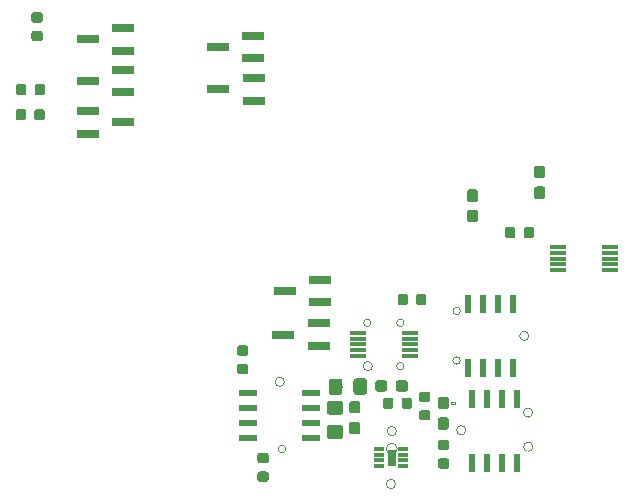
<source format=gtp>
G04 #@! TF.GenerationSoftware,KiCad,Pcbnew,5.1.4-e60b266~84~ubuntu16.04.1*
G04 #@! TF.CreationDate,2019-10-13T20:58:43-05:00*
G04 #@! TF.ProjectId,uno shield v1.0 project SMD,756e6f20-7368-4696-956c-642076312e30,rev?*
G04 #@! TF.SameCoordinates,Original*
G04 #@! TF.FileFunction,Paste,Top*
G04 #@! TF.FilePolarity,Positive*
%FSLAX46Y46*%
G04 Gerber Fmt 4.6, Leading zero omitted, Abs format (unit mm)*
G04 Created by KiCad (PCBNEW 5.1.4-e60b266~84~ubuntu16.04.1) date 2019-10-13 20:58:43*
%MOMM*%
%LPD*%
G04 APERTURE LIST*
%ADD10C,0.080000*%
%ADD11C,0.001000*%
%ADD12C,0.100000*%
%ADD13C,0.875000*%
%ADD14C,0.950000*%
%ADD15R,1.400000X0.300000*%
%ADD16R,0.863600X0.300000*%
%ADD17R,1.900000X0.800000*%
%ADD18R,0.600000X1.550000*%
%ADD19R,1.550000X0.600000*%
%ADD20C,1.150000*%
%ADD21C,1.135800*%
G04 APERTURE END LIST*
D10*
X137773182Y-121006608D02*
G75*
G03X137773182Y-121006608I-315284J0D01*
G01*
X147205275Y-120981252D02*
G75*
G03X147205275Y-120981252I-461570J0D01*
G01*
X152553396Y-113510306D02*
G75*
G03X152553396Y-113510306I-315284J0D01*
G01*
X158360718Y-111419640D02*
G75*
G03X158360718Y-111419640I-390498J0D01*
G01*
X152551647Y-109315411D02*
G75*
G03X152551647Y-109315411I-315284J0D01*
G01*
X147789772Y-113990414D02*
G75*
G03X147789772Y-113990414I-315284J0D01*
G01*
X147787523Y-110322000D02*
G75*
G03X147787523Y-110322000I-315284J0D01*
G01*
X144983308Y-110315673D02*
G75*
G03X144983308Y-110315673I-315284J0D01*
G01*
X158685838Y-117911880D02*
G75*
G03X158685838Y-117911880I-390498J0D01*
G01*
X158690918Y-120799860D02*
G75*
G03X158690918Y-120799860I-390498J0D01*
G01*
X153016558Y-119413020D02*
G75*
G03X153016558Y-119413020I-390498J0D01*
G01*
X147065338Y-123959620D02*
G75*
G03X147065338Y-123959620I-390498J0D01*
G01*
X147144078Y-119481600D02*
G75*
G03X147144078Y-119481600I-390498J0D01*
G01*
X137654638Y-115303300D02*
G75*
G03X137654638Y-115303300I-390498J0D01*
G01*
X145112078Y-113979960D02*
G75*
G03X145112078Y-113979960I-390498J0D01*
G01*
D11*
X152091820Y-117208740D02*
X151755799Y-117208740D01*
X151755799Y-117208740D02*
X151755765Y-116988740D01*
X152091820Y-116988740D02*
X152091820Y-117208740D01*
X151755799Y-116988740D02*
X152091820Y-116988740D01*
G36*
X146980000Y-122335000D02*
G01*
X146980000Y-121075000D01*
X146400000Y-121075000D01*
X146400000Y-122335000D01*
X146980000Y-122335000D01*
G37*
X146980000Y-122335000D02*
X146980000Y-121075000D01*
X146400000Y-121075000D01*
X146400000Y-122335000D01*
X146980000Y-122335000D01*
D12*
G36*
X146686331Y-116650533D02*
G01*
X146707566Y-116653683D01*
X146728390Y-116658899D01*
X146748602Y-116666131D01*
X146768008Y-116675310D01*
X146786421Y-116686346D01*
X146803664Y-116699134D01*
X146819570Y-116713550D01*
X146833986Y-116729456D01*
X146846774Y-116746699D01*
X146857810Y-116765112D01*
X146866989Y-116784518D01*
X146874221Y-116804730D01*
X146879437Y-116825554D01*
X146882587Y-116846789D01*
X146883640Y-116868230D01*
X146883640Y-117380730D01*
X146882587Y-117402171D01*
X146879437Y-117423406D01*
X146874221Y-117444230D01*
X146866989Y-117464442D01*
X146857810Y-117483848D01*
X146846774Y-117502261D01*
X146833986Y-117519504D01*
X146819570Y-117535410D01*
X146803664Y-117549826D01*
X146786421Y-117562614D01*
X146768008Y-117573650D01*
X146748602Y-117582829D01*
X146728390Y-117590061D01*
X146707566Y-117595277D01*
X146686331Y-117598427D01*
X146664890Y-117599480D01*
X146227390Y-117599480D01*
X146205949Y-117598427D01*
X146184714Y-117595277D01*
X146163890Y-117590061D01*
X146143678Y-117582829D01*
X146124272Y-117573650D01*
X146105859Y-117562614D01*
X146088616Y-117549826D01*
X146072710Y-117535410D01*
X146058294Y-117519504D01*
X146045506Y-117502261D01*
X146034470Y-117483848D01*
X146025291Y-117464442D01*
X146018059Y-117444230D01*
X146012843Y-117423406D01*
X146009693Y-117402171D01*
X146008640Y-117380730D01*
X146008640Y-116868230D01*
X146009693Y-116846789D01*
X146012843Y-116825554D01*
X146018059Y-116804730D01*
X146025291Y-116784518D01*
X146034470Y-116765112D01*
X146045506Y-116746699D01*
X146058294Y-116729456D01*
X146072710Y-116713550D01*
X146088616Y-116699134D01*
X146105859Y-116686346D01*
X146124272Y-116675310D01*
X146143678Y-116666131D01*
X146163890Y-116658899D01*
X146184714Y-116653683D01*
X146205949Y-116650533D01*
X146227390Y-116649480D01*
X146664890Y-116649480D01*
X146686331Y-116650533D01*
X146686331Y-116650533D01*
G37*
D13*
X146446140Y-117124480D03*
D12*
G36*
X148261331Y-116650533D02*
G01*
X148282566Y-116653683D01*
X148303390Y-116658899D01*
X148323602Y-116666131D01*
X148343008Y-116675310D01*
X148361421Y-116686346D01*
X148378664Y-116699134D01*
X148394570Y-116713550D01*
X148408986Y-116729456D01*
X148421774Y-116746699D01*
X148432810Y-116765112D01*
X148441989Y-116784518D01*
X148449221Y-116804730D01*
X148454437Y-116825554D01*
X148457587Y-116846789D01*
X148458640Y-116868230D01*
X148458640Y-117380730D01*
X148457587Y-117402171D01*
X148454437Y-117423406D01*
X148449221Y-117444230D01*
X148441989Y-117464442D01*
X148432810Y-117483848D01*
X148421774Y-117502261D01*
X148408986Y-117519504D01*
X148394570Y-117535410D01*
X148378664Y-117549826D01*
X148361421Y-117562614D01*
X148343008Y-117573650D01*
X148323602Y-117582829D01*
X148303390Y-117590061D01*
X148282566Y-117595277D01*
X148261331Y-117598427D01*
X148239890Y-117599480D01*
X147802390Y-117599480D01*
X147780949Y-117598427D01*
X147759714Y-117595277D01*
X147738890Y-117590061D01*
X147718678Y-117582829D01*
X147699272Y-117573650D01*
X147680859Y-117562614D01*
X147663616Y-117549826D01*
X147647710Y-117535410D01*
X147633294Y-117519504D01*
X147620506Y-117502261D01*
X147609470Y-117483848D01*
X147600291Y-117464442D01*
X147593059Y-117444230D01*
X147587843Y-117423406D01*
X147584693Y-117402171D01*
X147583640Y-117380730D01*
X147583640Y-116868230D01*
X147584693Y-116846789D01*
X147587843Y-116825554D01*
X147593059Y-116804730D01*
X147600291Y-116784518D01*
X147609470Y-116765112D01*
X147620506Y-116746699D01*
X147633294Y-116729456D01*
X147647710Y-116713550D01*
X147663616Y-116699134D01*
X147680859Y-116686346D01*
X147699272Y-116675310D01*
X147718678Y-116666131D01*
X147738890Y-116658899D01*
X147759714Y-116653683D01*
X147780949Y-116650533D01*
X147802390Y-116649480D01*
X148239890Y-116649480D01*
X148261331Y-116650533D01*
X148261331Y-116650533D01*
G37*
D13*
X148021140Y-117124480D03*
D12*
G36*
X143882539Y-116942284D02*
G01*
X143905594Y-116945703D01*
X143928203Y-116951367D01*
X143950147Y-116959219D01*
X143971217Y-116969184D01*
X143991208Y-116981166D01*
X144009928Y-116995050D01*
X144027198Y-117010702D01*
X144042850Y-117027972D01*
X144056734Y-117046692D01*
X144068716Y-117066683D01*
X144078681Y-117087753D01*
X144086533Y-117109697D01*
X144092197Y-117132306D01*
X144095616Y-117155361D01*
X144096760Y-117178640D01*
X144096760Y-117753640D01*
X144095616Y-117776919D01*
X144092197Y-117799974D01*
X144086533Y-117822583D01*
X144078681Y-117844527D01*
X144068716Y-117865597D01*
X144056734Y-117885588D01*
X144042850Y-117904308D01*
X144027198Y-117921578D01*
X144009928Y-117937230D01*
X143991208Y-117951114D01*
X143971217Y-117963096D01*
X143950147Y-117973061D01*
X143928203Y-117980913D01*
X143905594Y-117986577D01*
X143882539Y-117989996D01*
X143859260Y-117991140D01*
X143384260Y-117991140D01*
X143360981Y-117989996D01*
X143337926Y-117986577D01*
X143315317Y-117980913D01*
X143293373Y-117973061D01*
X143272303Y-117963096D01*
X143252312Y-117951114D01*
X143233592Y-117937230D01*
X143216322Y-117921578D01*
X143200670Y-117904308D01*
X143186786Y-117885588D01*
X143174804Y-117865597D01*
X143164839Y-117844527D01*
X143156987Y-117822583D01*
X143151323Y-117799974D01*
X143147904Y-117776919D01*
X143146760Y-117753640D01*
X143146760Y-117178640D01*
X143147904Y-117155361D01*
X143151323Y-117132306D01*
X143156987Y-117109697D01*
X143164839Y-117087753D01*
X143174804Y-117066683D01*
X143186786Y-117046692D01*
X143200670Y-117027972D01*
X143216322Y-117010702D01*
X143233592Y-116995050D01*
X143252312Y-116981166D01*
X143272303Y-116969184D01*
X143293373Y-116959219D01*
X143315317Y-116951367D01*
X143337926Y-116945703D01*
X143360981Y-116942284D01*
X143384260Y-116941140D01*
X143859260Y-116941140D01*
X143882539Y-116942284D01*
X143882539Y-116942284D01*
G37*
D14*
X143621760Y-117466140D03*
D12*
G36*
X143882539Y-118692284D02*
G01*
X143905594Y-118695703D01*
X143928203Y-118701367D01*
X143950147Y-118709219D01*
X143971217Y-118719184D01*
X143991208Y-118731166D01*
X144009928Y-118745050D01*
X144027198Y-118760702D01*
X144042850Y-118777972D01*
X144056734Y-118796692D01*
X144068716Y-118816683D01*
X144078681Y-118837753D01*
X144086533Y-118859697D01*
X144092197Y-118882306D01*
X144095616Y-118905361D01*
X144096760Y-118928640D01*
X144096760Y-119503640D01*
X144095616Y-119526919D01*
X144092197Y-119549974D01*
X144086533Y-119572583D01*
X144078681Y-119594527D01*
X144068716Y-119615597D01*
X144056734Y-119635588D01*
X144042850Y-119654308D01*
X144027198Y-119671578D01*
X144009928Y-119687230D01*
X143991208Y-119701114D01*
X143971217Y-119713096D01*
X143950147Y-119723061D01*
X143928203Y-119730913D01*
X143905594Y-119736577D01*
X143882539Y-119739996D01*
X143859260Y-119741140D01*
X143384260Y-119741140D01*
X143360981Y-119739996D01*
X143337926Y-119736577D01*
X143315317Y-119730913D01*
X143293373Y-119723061D01*
X143272303Y-119713096D01*
X143252312Y-119701114D01*
X143233592Y-119687230D01*
X143216322Y-119671578D01*
X143200670Y-119654308D01*
X143186786Y-119635588D01*
X143174804Y-119615597D01*
X143164839Y-119594527D01*
X143156987Y-119572583D01*
X143151323Y-119549974D01*
X143147904Y-119526919D01*
X143146760Y-119503640D01*
X143146760Y-118928640D01*
X143147904Y-118905361D01*
X143151323Y-118882306D01*
X143156987Y-118859697D01*
X143164839Y-118837753D01*
X143174804Y-118816683D01*
X143186786Y-118796692D01*
X143200670Y-118777972D01*
X143216322Y-118760702D01*
X143233592Y-118745050D01*
X143252312Y-118731166D01*
X143272303Y-118719184D01*
X143293373Y-118709219D01*
X143315317Y-118701367D01*
X143337926Y-118695703D01*
X143360981Y-118692284D01*
X143384260Y-118691140D01*
X143859260Y-118691140D01*
X143882539Y-118692284D01*
X143882539Y-118692284D01*
G37*
D14*
X143621760Y-119216140D03*
D12*
G36*
X157012691Y-102216053D02*
G01*
X157033926Y-102219203D01*
X157054750Y-102224419D01*
X157074962Y-102231651D01*
X157094368Y-102240830D01*
X157112781Y-102251866D01*
X157130024Y-102264654D01*
X157145930Y-102279070D01*
X157160346Y-102294976D01*
X157173134Y-102312219D01*
X157184170Y-102330632D01*
X157193349Y-102350038D01*
X157200581Y-102370250D01*
X157205797Y-102391074D01*
X157208947Y-102412309D01*
X157210000Y-102433750D01*
X157210000Y-102946250D01*
X157208947Y-102967691D01*
X157205797Y-102988926D01*
X157200581Y-103009750D01*
X157193349Y-103029962D01*
X157184170Y-103049368D01*
X157173134Y-103067781D01*
X157160346Y-103085024D01*
X157145930Y-103100930D01*
X157130024Y-103115346D01*
X157112781Y-103128134D01*
X157094368Y-103139170D01*
X157074962Y-103148349D01*
X157054750Y-103155581D01*
X157033926Y-103160797D01*
X157012691Y-103163947D01*
X156991250Y-103165000D01*
X156553750Y-103165000D01*
X156532309Y-103163947D01*
X156511074Y-103160797D01*
X156490250Y-103155581D01*
X156470038Y-103148349D01*
X156450632Y-103139170D01*
X156432219Y-103128134D01*
X156414976Y-103115346D01*
X156399070Y-103100930D01*
X156384654Y-103085024D01*
X156371866Y-103067781D01*
X156360830Y-103049368D01*
X156351651Y-103029962D01*
X156344419Y-103009750D01*
X156339203Y-102988926D01*
X156336053Y-102967691D01*
X156335000Y-102946250D01*
X156335000Y-102433750D01*
X156336053Y-102412309D01*
X156339203Y-102391074D01*
X156344419Y-102370250D01*
X156351651Y-102350038D01*
X156360830Y-102330632D01*
X156371866Y-102312219D01*
X156384654Y-102294976D01*
X156399070Y-102279070D01*
X156414976Y-102264654D01*
X156432219Y-102251866D01*
X156450632Y-102240830D01*
X156470038Y-102231651D01*
X156490250Y-102224419D01*
X156511074Y-102219203D01*
X156532309Y-102216053D01*
X156553750Y-102215000D01*
X156991250Y-102215000D01*
X157012691Y-102216053D01*
X157012691Y-102216053D01*
G37*
D13*
X156772500Y-102690000D03*
D12*
G36*
X158587691Y-102216053D02*
G01*
X158608926Y-102219203D01*
X158629750Y-102224419D01*
X158649962Y-102231651D01*
X158669368Y-102240830D01*
X158687781Y-102251866D01*
X158705024Y-102264654D01*
X158720930Y-102279070D01*
X158735346Y-102294976D01*
X158748134Y-102312219D01*
X158759170Y-102330632D01*
X158768349Y-102350038D01*
X158775581Y-102370250D01*
X158780797Y-102391074D01*
X158783947Y-102412309D01*
X158785000Y-102433750D01*
X158785000Y-102946250D01*
X158783947Y-102967691D01*
X158780797Y-102988926D01*
X158775581Y-103009750D01*
X158768349Y-103029962D01*
X158759170Y-103049368D01*
X158748134Y-103067781D01*
X158735346Y-103085024D01*
X158720930Y-103100930D01*
X158705024Y-103115346D01*
X158687781Y-103128134D01*
X158669368Y-103139170D01*
X158649962Y-103148349D01*
X158629750Y-103155581D01*
X158608926Y-103160797D01*
X158587691Y-103163947D01*
X158566250Y-103165000D01*
X158128750Y-103165000D01*
X158107309Y-103163947D01*
X158086074Y-103160797D01*
X158065250Y-103155581D01*
X158045038Y-103148349D01*
X158025632Y-103139170D01*
X158007219Y-103128134D01*
X157989976Y-103115346D01*
X157974070Y-103100930D01*
X157959654Y-103085024D01*
X157946866Y-103067781D01*
X157935830Y-103049368D01*
X157926651Y-103029962D01*
X157919419Y-103009750D01*
X157914203Y-102988926D01*
X157911053Y-102967691D01*
X157910000Y-102946250D01*
X157910000Y-102433750D01*
X157911053Y-102412309D01*
X157914203Y-102391074D01*
X157919419Y-102370250D01*
X157926651Y-102350038D01*
X157935830Y-102330632D01*
X157946866Y-102312219D01*
X157959654Y-102294976D01*
X157974070Y-102279070D01*
X157989976Y-102264654D01*
X158007219Y-102251866D01*
X158025632Y-102240830D01*
X158045038Y-102231651D01*
X158065250Y-102224419D01*
X158086074Y-102219203D01*
X158107309Y-102216053D01*
X158128750Y-102215000D01*
X158566250Y-102215000D01*
X158587691Y-102216053D01*
X158587691Y-102216053D01*
G37*
D13*
X158347500Y-102690000D03*
D15*
X143870000Y-111150000D03*
X143870000Y-111650000D03*
X143870000Y-112150000D03*
X143870000Y-112650000D03*
X143870000Y-113150000D03*
X148270000Y-113150000D03*
X148270000Y-112650000D03*
X148270000Y-112150000D03*
X148270000Y-111650000D03*
X148270000Y-111150000D03*
D16*
X145686700Y-122465000D03*
X145650000Y-121965000D03*
X145650000Y-121465000D03*
X145686700Y-120965000D03*
X147693300Y-120965000D03*
X147730000Y-121465000D03*
X147730000Y-121965000D03*
X147693300Y-122465000D03*
D12*
G36*
X153844419Y-99017504D02*
G01*
X153867474Y-99020923D01*
X153890083Y-99026587D01*
X153912027Y-99034439D01*
X153933097Y-99044404D01*
X153953088Y-99056386D01*
X153971808Y-99070270D01*
X153989078Y-99085922D01*
X154004730Y-99103192D01*
X154018614Y-99121912D01*
X154030596Y-99141903D01*
X154040561Y-99162973D01*
X154048413Y-99184917D01*
X154054077Y-99207526D01*
X154057496Y-99230581D01*
X154058640Y-99253860D01*
X154058640Y-99828860D01*
X154057496Y-99852139D01*
X154054077Y-99875194D01*
X154048413Y-99897803D01*
X154040561Y-99919747D01*
X154030596Y-99940817D01*
X154018614Y-99960808D01*
X154004730Y-99979528D01*
X153989078Y-99996798D01*
X153971808Y-100012450D01*
X153953088Y-100026334D01*
X153933097Y-100038316D01*
X153912027Y-100048281D01*
X153890083Y-100056133D01*
X153867474Y-100061797D01*
X153844419Y-100065216D01*
X153821140Y-100066360D01*
X153346140Y-100066360D01*
X153322861Y-100065216D01*
X153299806Y-100061797D01*
X153277197Y-100056133D01*
X153255253Y-100048281D01*
X153234183Y-100038316D01*
X153214192Y-100026334D01*
X153195472Y-100012450D01*
X153178202Y-99996798D01*
X153162550Y-99979528D01*
X153148666Y-99960808D01*
X153136684Y-99940817D01*
X153126719Y-99919747D01*
X153118867Y-99897803D01*
X153113203Y-99875194D01*
X153109784Y-99852139D01*
X153108640Y-99828860D01*
X153108640Y-99253860D01*
X153109784Y-99230581D01*
X153113203Y-99207526D01*
X153118867Y-99184917D01*
X153126719Y-99162973D01*
X153136684Y-99141903D01*
X153148666Y-99121912D01*
X153162550Y-99103192D01*
X153178202Y-99085922D01*
X153195472Y-99070270D01*
X153214192Y-99056386D01*
X153234183Y-99044404D01*
X153255253Y-99034439D01*
X153277197Y-99026587D01*
X153299806Y-99020923D01*
X153322861Y-99017504D01*
X153346140Y-99016360D01*
X153821140Y-99016360D01*
X153844419Y-99017504D01*
X153844419Y-99017504D01*
G37*
D14*
X153583640Y-99541360D03*
D12*
G36*
X153844419Y-100767504D02*
G01*
X153867474Y-100770923D01*
X153890083Y-100776587D01*
X153912027Y-100784439D01*
X153933097Y-100794404D01*
X153953088Y-100806386D01*
X153971808Y-100820270D01*
X153989078Y-100835922D01*
X154004730Y-100853192D01*
X154018614Y-100871912D01*
X154030596Y-100891903D01*
X154040561Y-100912973D01*
X154048413Y-100934917D01*
X154054077Y-100957526D01*
X154057496Y-100980581D01*
X154058640Y-101003860D01*
X154058640Y-101578860D01*
X154057496Y-101602139D01*
X154054077Y-101625194D01*
X154048413Y-101647803D01*
X154040561Y-101669747D01*
X154030596Y-101690817D01*
X154018614Y-101710808D01*
X154004730Y-101729528D01*
X153989078Y-101746798D01*
X153971808Y-101762450D01*
X153953088Y-101776334D01*
X153933097Y-101788316D01*
X153912027Y-101798281D01*
X153890083Y-101806133D01*
X153867474Y-101811797D01*
X153844419Y-101815216D01*
X153821140Y-101816360D01*
X153346140Y-101816360D01*
X153322861Y-101815216D01*
X153299806Y-101811797D01*
X153277197Y-101806133D01*
X153255253Y-101798281D01*
X153234183Y-101788316D01*
X153214192Y-101776334D01*
X153195472Y-101762450D01*
X153178202Y-101746798D01*
X153162550Y-101729528D01*
X153148666Y-101710808D01*
X153136684Y-101690817D01*
X153126719Y-101669747D01*
X153118867Y-101647803D01*
X153113203Y-101625194D01*
X153109784Y-101602139D01*
X153108640Y-101578860D01*
X153108640Y-101003860D01*
X153109784Y-100980581D01*
X153113203Y-100957526D01*
X153118867Y-100934917D01*
X153126719Y-100912973D01*
X153136684Y-100891903D01*
X153148666Y-100871912D01*
X153162550Y-100853192D01*
X153178202Y-100835922D01*
X153195472Y-100820270D01*
X153214192Y-100806386D01*
X153234183Y-100794404D01*
X153255253Y-100784439D01*
X153277197Y-100776587D01*
X153299806Y-100770923D01*
X153322861Y-100767504D01*
X153346140Y-100766360D01*
X153821140Y-100766360D01*
X153844419Y-100767504D01*
X153844419Y-100767504D01*
G37*
D14*
X153583640Y-101291360D03*
D12*
G36*
X159530779Y-98771144D02*
G01*
X159553834Y-98774563D01*
X159576443Y-98780227D01*
X159598387Y-98788079D01*
X159619457Y-98798044D01*
X159639448Y-98810026D01*
X159658168Y-98823910D01*
X159675438Y-98839562D01*
X159691090Y-98856832D01*
X159704974Y-98875552D01*
X159716956Y-98895543D01*
X159726921Y-98916613D01*
X159734773Y-98938557D01*
X159740437Y-98961166D01*
X159743856Y-98984221D01*
X159745000Y-99007500D01*
X159745000Y-99582500D01*
X159743856Y-99605779D01*
X159740437Y-99628834D01*
X159734773Y-99651443D01*
X159726921Y-99673387D01*
X159716956Y-99694457D01*
X159704974Y-99714448D01*
X159691090Y-99733168D01*
X159675438Y-99750438D01*
X159658168Y-99766090D01*
X159639448Y-99779974D01*
X159619457Y-99791956D01*
X159598387Y-99801921D01*
X159576443Y-99809773D01*
X159553834Y-99815437D01*
X159530779Y-99818856D01*
X159507500Y-99820000D01*
X159032500Y-99820000D01*
X159009221Y-99818856D01*
X158986166Y-99815437D01*
X158963557Y-99809773D01*
X158941613Y-99801921D01*
X158920543Y-99791956D01*
X158900552Y-99779974D01*
X158881832Y-99766090D01*
X158864562Y-99750438D01*
X158848910Y-99733168D01*
X158835026Y-99714448D01*
X158823044Y-99694457D01*
X158813079Y-99673387D01*
X158805227Y-99651443D01*
X158799563Y-99628834D01*
X158796144Y-99605779D01*
X158795000Y-99582500D01*
X158795000Y-99007500D01*
X158796144Y-98984221D01*
X158799563Y-98961166D01*
X158805227Y-98938557D01*
X158813079Y-98916613D01*
X158823044Y-98895543D01*
X158835026Y-98875552D01*
X158848910Y-98856832D01*
X158864562Y-98839562D01*
X158881832Y-98823910D01*
X158900552Y-98810026D01*
X158920543Y-98798044D01*
X158941613Y-98788079D01*
X158963557Y-98780227D01*
X158986166Y-98774563D01*
X159009221Y-98771144D01*
X159032500Y-98770000D01*
X159507500Y-98770000D01*
X159530779Y-98771144D01*
X159530779Y-98771144D01*
G37*
D14*
X159270000Y-99295000D03*
D12*
G36*
X159530779Y-97021144D02*
G01*
X159553834Y-97024563D01*
X159576443Y-97030227D01*
X159598387Y-97038079D01*
X159619457Y-97048044D01*
X159639448Y-97060026D01*
X159658168Y-97073910D01*
X159675438Y-97089562D01*
X159691090Y-97106832D01*
X159704974Y-97125552D01*
X159716956Y-97145543D01*
X159726921Y-97166613D01*
X159734773Y-97188557D01*
X159740437Y-97211166D01*
X159743856Y-97234221D01*
X159745000Y-97257500D01*
X159745000Y-97832500D01*
X159743856Y-97855779D01*
X159740437Y-97878834D01*
X159734773Y-97901443D01*
X159726921Y-97923387D01*
X159716956Y-97944457D01*
X159704974Y-97964448D01*
X159691090Y-97983168D01*
X159675438Y-98000438D01*
X159658168Y-98016090D01*
X159639448Y-98029974D01*
X159619457Y-98041956D01*
X159598387Y-98051921D01*
X159576443Y-98059773D01*
X159553834Y-98065437D01*
X159530779Y-98068856D01*
X159507500Y-98070000D01*
X159032500Y-98070000D01*
X159009221Y-98068856D01*
X158986166Y-98065437D01*
X158963557Y-98059773D01*
X158941613Y-98051921D01*
X158920543Y-98041956D01*
X158900552Y-98029974D01*
X158881832Y-98016090D01*
X158864562Y-98000438D01*
X158848910Y-97983168D01*
X158835026Y-97964448D01*
X158823044Y-97944457D01*
X158813079Y-97923387D01*
X158805227Y-97901443D01*
X158799563Y-97878834D01*
X158796144Y-97855779D01*
X158795000Y-97832500D01*
X158795000Y-97257500D01*
X158796144Y-97234221D01*
X158799563Y-97211166D01*
X158805227Y-97188557D01*
X158813079Y-97166613D01*
X158823044Y-97145543D01*
X158835026Y-97125552D01*
X158848910Y-97106832D01*
X158864562Y-97089562D01*
X158881832Y-97073910D01*
X158900552Y-97060026D01*
X158920543Y-97048044D01*
X158941613Y-97038079D01*
X158963557Y-97030227D01*
X158986166Y-97024563D01*
X159009221Y-97021144D01*
X159032500Y-97020000D01*
X159507500Y-97020000D01*
X159530779Y-97021144D01*
X159530779Y-97021144D01*
G37*
D14*
X159270000Y-97545000D03*
D12*
G36*
X151360379Y-118324644D02*
G01*
X151383434Y-118328063D01*
X151406043Y-118333727D01*
X151427987Y-118341579D01*
X151449057Y-118351544D01*
X151469048Y-118363526D01*
X151487768Y-118377410D01*
X151505038Y-118393062D01*
X151520690Y-118410332D01*
X151534574Y-118429052D01*
X151546556Y-118449043D01*
X151556521Y-118470113D01*
X151564373Y-118492057D01*
X151570037Y-118514666D01*
X151573456Y-118537721D01*
X151574600Y-118561000D01*
X151574600Y-119136000D01*
X151573456Y-119159279D01*
X151570037Y-119182334D01*
X151564373Y-119204943D01*
X151556521Y-119226887D01*
X151546556Y-119247957D01*
X151534574Y-119267948D01*
X151520690Y-119286668D01*
X151505038Y-119303938D01*
X151487768Y-119319590D01*
X151469048Y-119333474D01*
X151449057Y-119345456D01*
X151427987Y-119355421D01*
X151406043Y-119363273D01*
X151383434Y-119368937D01*
X151360379Y-119372356D01*
X151337100Y-119373500D01*
X150862100Y-119373500D01*
X150838821Y-119372356D01*
X150815766Y-119368937D01*
X150793157Y-119363273D01*
X150771213Y-119355421D01*
X150750143Y-119345456D01*
X150730152Y-119333474D01*
X150711432Y-119319590D01*
X150694162Y-119303938D01*
X150678510Y-119286668D01*
X150664626Y-119267948D01*
X150652644Y-119247957D01*
X150642679Y-119226887D01*
X150634827Y-119204943D01*
X150629163Y-119182334D01*
X150625744Y-119159279D01*
X150624600Y-119136000D01*
X150624600Y-118561000D01*
X150625744Y-118537721D01*
X150629163Y-118514666D01*
X150634827Y-118492057D01*
X150642679Y-118470113D01*
X150652644Y-118449043D01*
X150664626Y-118429052D01*
X150678510Y-118410332D01*
X150694162Y-118393062D01*
X150711432Y-118377410D01*
X150730152Y-118363526D01*
X150750143Y-118351544D01*
X150771213Y-118341579D01*
X150793157Y-118333727D01*
X150815766Y-118328063D01*
X150838821Y-118324644D01*
X150862100Y-118323500D01*
X151337100Y-118323500D01*
X151360379Y-118324644D01*
X151360379Y-118324644D01*
G37*
D14*
X151099600Y-118848500D03*
D12*
G36*
X151360379Y-116574644D02*
G01*
X151383434Y-116578063D01*
X151406043Y-116583727D01*
X151427987Y-116591579D01*
X151449057Y-116601544D01*
X151469048Y-116613526D01*
X151487768Y-116627410D01*
X151505038Y-116643062D01*
X151520690Y-116660332D01*
X151534574Y-116679052D01*
X151546556Y-116699043D01*
X151556521Y-116720113D01*
X151564373Y-116742057D01*
X151570037Y-116764666D01*
X151573456Y-116787721D01*
X151574600Y-116811000D01*
X151574600Y-117386000D01*
X151573456Y-117409279D01*
X151570037Y-117432334D01*
X151564373Y-117454943D01*
X151556521Y-117476887D01*
X151546556Y-117497957D01*
X151534574Y-117517948D01*
X151520690Y-117536668D01*
X151505038Y-117553938D01*
X151487768Y-117569590D01*
X151469048Y-117583474D01*
X151449057Y-117595456D01*
X151427987Y-117605421D01*
X151406043Y-117613273D01*
X151383434Y-117618937D01*
X151360379Y-117622356D01*
X151337100Y-117623500D01*
X150862100Y-117623500D01*
X150838821Y-117622356D01*
X150815766Y-117618937D01*
X150793157Y-117613273D01*
X150771213Y-117605421D01*
X150750143Y-117595456D01*
X150730152Y-117583474D01*
X150711432Y-117569590D01*
X150694162Y-117553938D01*
X150678510Y-117536668D01*
X150664626Y-117517948D01*
X150652644Y-117497957D01*
X150642679Y-117476887D01*
X150634827Y-117454943D01*
X150629163Y-117432334D01*
X150625744Y-117409279D01*
X150624600Y-117386000D01*
X150624600Y-116811000D01*
X150625744Y-116787721D01*
X150629163Y-116764666D01*
X150634827Y-116742057D01*
X150642679Y-116720113D01*
X150652644Y-116699043D01*
X150664626Y-116679052D01*
X150678510Y-116660332D01*
X150694162Y-116643062D01*
X150711432Y-116627410D01*
X150730152Y-116613526D01*
X150750143Y-116601544D01*
X150771213Y-116591579D01*
X150793157Y-116583727D01*
X150815766Y-116578063D01*
X150838821Y-116574644D01*
X150862100Y-116573500D01*
X151337100Y-116573500D01*
X151360379Y-116574644D01*
X151360379Y-116574644D01*
G37*
D14*
X151099600Y-117098500D03*
D17*
X124030000Y-87270000D03*
X124030000Y-85370000D03*
X121030000Y-86320000D03*
X124030000Y-90800000D03*
X124030000Y-88900000D03*
X121030000Y-89850000D03*
X121030000Y-92400000D03*
X121030000Y-94300000D03*
X124030000Y-93350000D03*
X135004940Y-87909440D03*
X135004940Y-86009440D03*
X132004940Y-86959440D03*
X135061280Y-91494100D03*
X135061280Y-89594100D03*
X132061280Y-90544100D03*
D12*
G36*
X115582691Y-92226053D02*
G01*
X115603926Y-92229203D01*
X115624750Y-92234419D01*
X115644962Y-92241651D01*
X115664368Y-92250830D01*
X115682781Y-92261866D01*
X115700024Y-92274654D01*
X115715930Y-92289070D01*
X115730346Y-92304976D01*
X115743134Y-92322219D01*
X115754170Y-92340632D01*
X115763349Y-92360038D01*
X115770581Y-92380250D01*
X115775797Y-92401074D01*
X115778947Y-92422309D01*
X115780000Y-92443750D01*
X115780000Y-92956250D01*
X115778947Y-92977691D01*
X115775797Y-92998926D01*
X115770581Y-93019750D01*
X115763349Y-93039962D01*
X115754170Y-93059368D01*
X115743134Y-93077781D01*
X115730346Y-93095024D01*
X115715930Y-93110930D01*
X115700024Y-93125346D01*
X115682781Y-93138134D01*
X115664368Y-93149170D01*
X115644962Y-93158349D01*
X115624750Y-93165581D01*
X115603926Y-93170797D01*
X115582691Y-93173947D01*
X115561250Y-93175000D01*
X115123750Y-93175000D01*
X115102309Y-93173947D01*
X115081074Y-93170797D01*
X115060250Y-93165581D01*
X115040038Y-93158349D01*
X115020632Y-93149170D01*
X115002219Y-93138134D01*
X114984976Y-93125346D01*
X114969070Y-93110930D01*
X114954654Y-93095024D01*
X114941866Y-93077781D01*
X114930830Y-93059368D01*
X114921651Y-93039962D01*
X114914419Y-93019750D01*
X114909203Y-92998926D01*
X114906053Y-92977691D01*
X114905000Y-92956250D01*
X114905000Y-92443750D01*
X114906053Y-92422309D01*
X114909203Y-92401074D01*
X114914419Y-92380250D01*
X114921651Y-92360038D01*
X114930830Y-92340632D01*
X114941866Y-92322219D01*
X114954654Y-92304976D01*
X114969070Y-92289070D01*
X114984976Y-92274654D01*
X115002219Y-92261866D01*
X115020632Y-92250830D01*
X115040038Y-92241651D01*
X115060250Y-92234419D01*
X115081074Y-92229203D01*
X115102309Y-92226053D01*
X115123750Y-92225000D01*
X115561250Y-92225000D01*
X115582691Y-92226053D01*
X115582691Y-92226053D01*
G37*
D13*
X115342500Y-92700000D03*
D12*
G36*
X117157691Y-92226053D02*
G01*
X117178926Y-92229203D01*
X117199750Y-92234419D01*
X117219962Y-92241651D01*
X117239368Y-92250830D01*
X117257781Y-92261866D01*
X117275024Y-92274654D01*
X117290930Y-92289070D01*
X117305346Y-92304976D01*
X117318134Y-92322219D01*
X117329170Y-92340632D01*
X117338349Y-92360038D01*
X117345581Y-92380250D01*
X117350797Y-92401074D01*
X117353947Y-92422309D01*
X117355000Y-92443750D01*
X117355000Y-92956250D01*
X117353947Y-92977691D01*
X117350797Y-92998926D01*
X117345581Y-93019750D01*
X117338349Y-93039962D01*
X117329170Y-93059368D01*
X117318134Y-93077781D01*
X117305346Y-93095024D01*
X117290930Y-93110930D01*
X117275024Y-93125346D01*
X117257781Y-93138134D01*
X117239368Y-93149170D01*
X117219962Y-93158349D01*
X117199750Y-93165581D01*
X117178926Y-93170797D01*
X117157691Y-93173947D01*
X117136250Y-93175000D01*
X116698750Y-93175000D01*
X116677309Y-93173947D01*
X116656074Y-93170797D01*
X116635250Y-93165581D01*
X116615038Y-93158349D01*
X116595632Y-93149170D01*
X116577219Y-93138134D01*
X116559976Y-93125346D01*
X116544070Y-93110930D01*
X116529654Y-93095024D01*
X116516866Y-93077781D01*
X116505830Y-93059368D01*
X116496651Y-93039962D01*
X116489419Y-93019750D01*
X116484203Y-92998926D01*
X116481053Y-92977691D01*
X116480000Y-92956250D01*
X116480000Y-92443750D01*
X116481053Y-92422309D01*
X116484203Y-92401074D01*
X116489419Y-92380250D01*
X116496651Y-92360038D01*
X116505830Y-92340632D01*
X116516866Y-92322219D01*
X116529654Y-92304976D01*
X116544070Y-92289070D01*
X116559976Y-92274654D01*
X116577219Y-92261866D01*
X116595632Y-92250830D01*
X116615038Y-92241651D01*
X116635250Y-92234419D01*
X116656074Y-92229203D01*
X116677309Y-92226053D01*
X116698750Y-92225000D01*
X117136250Y-92225000D01*
X117157691Y-92226053D01*
X117157691Y-92226053D01*
G37*
D13*
X116917500Y-92700000D03*
D12*
G36*
X116987691Y-84016053D02*
G01*
X117008926Y-84019203D01*
X117029750Y-84024419D01*
X117049962Y-84031651D01*
X117069368Y-84040830D01*
X117087781Y-84051866D01*
X117105024Y-84064654D01*
X117120930Y-84079070D01*
X117135346Y-84094976D01*
X117148134Y-84112219D01*
X117159170Y-84130632D01*
X117168349Y-84150038D01*
X117175581Y-84170250D01*
X117180797Y-84191074D01*
X117183947Y-84212309D01*
X117185000Y-84233750D01*
X117185000Y-84671250D01*
X117183947Y-84692691D01*
X117180797Y-84713926D01*
X117175581Y-84734750D01*
X117168349Y-84754962D01*
X117159170Y-84774368D01*
X117148134Y-84792781D01*
X117135346Y-84810024D01*
X117120930Y-84825930D01*
X117105024Y-84840346D01*
X117087781Y-84853134D01*
X117069368Y-84864170D01*
X117049962Y-84873349D01*
X117029750Y-84880581D01*
X117008926Y-84885797D01*
X116987691Y-84888947D01*
X116966250Y-84890000D01*
X116453750Y-84890000D01*
X116432309Y-84888947D01*
X116411074Y-84885797D01*
X116390250Y-84880581D01*
X116370038Y-84873349D01*
X116350632Y-84864170D01*
X116332219Y-84853134D01*
X116314976Y-84840346D01*
X116299070Y-84825930D01*
X116284654Y-84810024D01*
X116271866Y-84792781D01*
X116260830Y-84774368D01*
X116251651Y-84754962D01*
X116244419Y-84734750D01*
X116239203Y-84713926D01*
X116236053Y-84692691D01*
X116235000Y-84671250D01*
X116235000Y-84233750D01*
X116236053Y-84212309D01*
X116239203Y-84191074D01*
X116244419Y-84170250D01*
X116251651Y-84150038D01*
X116260830Y-84130632D01*
X116271866Y-84112219D01*
X116284654Y-84094976D01*
X116299070Y-84079070D01*
X116314976Y-84064654D01*
X116332219Y-84051866D01*
X116350632Y-84040830D01*
X116370038Y-84031651D01*
X116390250Y-84024419D01*
X116411074Y-84019203D01*
X116432309Y-84016053D01*
X116453750Y-84015000D01*
X116966250Y-84015000D01*
X116987691Y-84016053D01*
X116987691Y-84016053D01*
G37*
D13*
X116710000Y-84452500D03*
D12*
G36*
X116987691Y-85591053D02*
G01*
X117008926Y-85594203D01*
X117029750Y-85599419D01*
X117049962Y-85606651D01*
X117069368Y-85615830D01*
X117087781Y-85626866D01*
X117105024Y-85639654D01*
X117120930Y-85654070D01*
X117135346Y-85669976D01*
X117148134Y-85687219D01*
X117159170Y-85705632D01*
X117168349Y-85725038D01*
X117175581Y-85745250D01*
X117180797Y-85766074D01*
X117183947Y-85787309D01*
X117185000Y-85808750D01*
X117185000Y-86246250D01*
X117183947Y-86267691D01*
X117180797Y-86288926D01*
X117175581Y-86309750D01*
X117168349Y-86329962D01*
X117159170Y-86349368D01*
X117148134Y-86367781D01*
X117135346Y-86385024D01*
X117120930Y-86400930D01*
X117105024Y-86415346D01*
X117087781Y-86428134D01*
X117069368Y-86439170D01*
X117049962Y-86448349D01*
X117029750Y-86455581D01*
X117008926Y-86460797D01*
X116987691Y-86463947D01*
X116966250Y-86465000D01*
X116453750Y-86465000D01*
X116432309Y-86463947D01*
X116411074Y-86460797D01*
X116390250Y-86455581D01*
X116370038Y-86448349D01*
X116350632Y-86439170D01*
X116332219Y-86428134D01*
X116314976Y-86415346D01*
X116299070Y-86400930D01*
X116284654Y-86385024D01*
X116271866Y-86367781D01*
X116260830Y-86349368D01*
X116251651Y-86329962D01*
X116244419Y-86309750D01*
X116239203Y-86288926D01*
X116236053Y-86267691D01*
X116235000Y-86246250D01*
X116235000Y-85808750D01*
X116236053Y-85787309D01*
X116239203Y-85766074D01*
X116244419Y-85745250D01*
X116251651Y-85725038D01*
X116260830Y-85705632D01*
X116271866Y-85687219D01*
X116284654Y-85669976D01*
X116299070Y-85654070D01*
X116314976Y-85639654D01*
X116332219Y-85626866D01*
X116350632Y-85615830D01*
X116370038Y-85606651D01*
X116390250Y-85599419D01*
X116411074Y-85594203D01*
X116432309Y-85591053D01*
X116453750Y-85590000D01*
X116966250Y-85590000D01*
X116987691Y-85591053D01*
X116987691Y-85591053D01*
G37*
D13*
X116710000Y-86027500D03*
D12*
G36*
X115619591Y-90107533D02*
G01*
X115640826Y-90110683D01*
X115661650Y-90115899D01*
X115681862Y-90123131D01*
X115701268Y-90132310D01*
X115719681Y-90143346D01*
X115736924Y-90156134D01*
X115752830Y-90170550D01*
X115767246Y-90186456D01*
X115780034Y-90203699D01*
X115791070Y-90222112D01*
X115800249Y-90241518D01*
X115807481Y-90261730D01*
X115812697Y-90282554D01*
X115815847Y-90303789D01*
X115816900Y-90325230D01*
X115816900Y-90837730D01*
X115815847Y-90859171D01*
X115812697Y-90880406D01*
X115807481Y-90901230D01*
X115800249Y-90921442D01*
X115791070Y-90940848D01*
X115780034Y-90959261D01*
X115767246Y-90976504D01*
X115752830Y-90992410D01*
X115736924Y-91006826D01*
X115719681Y-91019614D01*
X115701268Y-91030650D01*
X115681862Y-91039829D01*
X115661650Y-91047061D01*
X115640826Y-91052277D01*
X115619591Y-91055427D01*
X115598150Y-91056480D01*
X115160650Y-91056480D01*
X115139209Y-91055427D01*
X115117974Y-91052277D01*
X115097150Y-91047061D01*
X115076938Y-91039829D01*
X115057532Y-91030650D01*
X115039119Y-91019614D01*
X115021876Y-91006826D01*
X115005970Y-90992410D01*
X114991554Y-90976504D01*
X114978766Y-90959261D01*
X114967730Y-90940848D01*
X114958551Y-90921442D01*
X114951319Y-90901230D01*
X114946103Y-90880406D01*
X114942953Y-90859171D01*
X114941900Y-90837730D01*
X114941900Y-90325230D01*
X114942953Y-90303789D01*
X114946103Y-90282554D01*
X114951319Y-90261730D01*
X114958551Y-90241518D01*
X114967730Y-90222112D01*
X114978766Y-90203699D01*
X114991554Y-90186456D01*
X115005970Y-90170550D01*
X115021876Y-90156134D01*
X115039119Y-90143346D01*
X115057532Y-90132310D01*
X115076938Y-90123131D01*
X115097150Y-90115899D01*
X115117974Y-90110683D01*
X115139209Y-90107533D01*
X115160650Y-90106480D01*
X115598150Y-90106480D01*
X115619591Y-90107533D01*
X115619591Y-90107533D01*
G37*
D13*
X115379400Y-90581480D03*
D12*
G36*
X117194591Y-90107533D02*
G01*
X117215826Y-90110683D01*
X117236650Y-90115899D01*
X117256862Y-90123131D01*
X117276268Y-90132310D01*
X117294681Y-90143346D01*
X117311924Y-90156134D01*
X117327830Y-90170550D01*
X117342246Y-90186456D01*
X117355034Y-90203699D01*
X117366070Y-90222112D01*
X117375249Y-90241518D01*
X117382481Y-90261730D01*
X117387697Y-90282554D01*
X117390847Y-90303789D01*
X117391900Y-90325230D01*
X117391900Y-90837730D01*
X117390847Y-90859171D01*
X117387697Y-90880406D01*
X117382481Y-90901230D01*
X117375249Y-90921442D01*
X117366070Y-90940848D01*
X117355034Y-90959261D01*
X117342246Y-90976504D01*
X117327830Y-90992410D01*
X117311924Y-91006826D01*
X117294681Y-91019614D01*
X117276268Y-91030650D01*
X117256862Y-91039829D01*
X117236650Y-91047061D01*
X117215826Y-91052277D01*
X117194591Y-91055427D01*
X117173150Y-91056480D01*
X116735650Y-91056480D01*
X116714209Y-91055427D01*
X116692974Y-91052277D01*
X116672150Y-91047061D01*
X116651938Y-91039829D01*
X116632532Y-91030650D01*
X116614119Y-91019614D01*
X116596876Y-91006826D01*
X116580970Y-90992410D01*
X116566554Y-90976504D01*
X116553766Y-90959261D01*
X116542730Y-90940848D01*
X116533551Y-90921442D01*
X116526319Y-90901230D01*
X116521103Y-90880406D01*
X116517953Y-90859171D01*
X116516900Y-90837730D01*
X116516900Y-90325230D01*
X116517953Y-90303789D01*
X116521103Y-90282554D01*
X116526319Y-90261730D01*
X116533551Y-90241518D01*
X116542730Y-90222112D01*
X116553766Y-90203699D01*
X116566554Y-90186456D01*
X116580970Y-90170550D01*
X116596876Y-90156134D01*
X116614119Y-90143346D01*
X116632532Y-90132310D01*
X116651938Y-90123131D01*
X116672150Y-90115899D01*
X116692974Y-90110683D01*
X116714209Y-90107533D01*
X116735650Y-90106480D01*
X117173150Y-90106480D01*
X117194591Y-90107533D01*
X117194591Y-90107533D01*
G37*
D13*
X116954400Y-90581480D03*
D12*
G36*
X134407691Y-112228553D02*
G01*
X134428926Y-112231703D01*
X134449750Y-112236919D01*
X134469962Y-112244151D01*
X134489368Y-112253330D01*
X134507781Y-112264366D01*
X134525024Y-112277154D01*
X134540930Y-112291570D01*
X134555346Y-112307476D01*
X134568134Y-112324719D01*
X134579170Y-112343132D01*
X134588349Y-112362538D01*
X134595581Y-112382750D01*
X134600797Y-112403574D01*
X134603947Y-112424809D01*
X134605000Y-112446250D01*
X134605000Y-112883750D01*
X134603947Y-112905191D01*
X134600797Y-112926426D01*
X134595581Y-112947250D01*
X134588349Y-112967462D01*
X134579170Y-112986868D01*
X134568134Y-113005281D01*
X134555346Y-113022524D01*
X134540930Y-113038430D01*
X134525024Y-113052846D01*
X134507781Y-113065634D01*
X134489368Y-113076670D01*
X134469962Y-113085849D01*
X134449750Y-113093081D01*
X134428926Y-113098297D01*
X134407691Y-113101447D01*
X134386250Y-113102500D01*
X133873750Y-113102500D01*
X133852309Y-113101447D01*
X133831074Y-113098297D01*
X133810250Y-113093081D01*
X133790038Y-113085849D01*
X133770632Y-113076670D01*
X133752219Y-113065634D01*
X133734976Y-113052846D01*
X133719070Y-113038430D01*
X133704654Y-113022524D01*
X133691866Y-113005281D01*
X133680830Y-112986868D01*
X133671651Y-112967462D01*
X133664419Y-112947250D01*
X133659203Y-112926426D01*
X133656053Y-112905191D01*
X133655000Y-112883750D01*
X133655000Y-112446250D01*
X133656053Y-112424809D01*
X133659203Y-112403574D01*
X133664419Y-112382750D01*
X133671651Y-112362538D01*
X133680830Y-112343132D01*
X133691866Y-112324719D01*
X133704654Y-112307476D01*
X133719070Y-112291570D01*
X133734976Y-112277154D01*
X133752219Y-112264366D01*
X133770632Y-112253330D01*
X133790038Y-112244151D01*
X133810250Y-112236919D01*
X133831074Y-112231703D01*
X133852309Y-112228553D01*
X133873750Y-112227500D01*
X134386250Y-112227500D01*
X134407691Y-112228553D01*
X134407691Y-112228553D01*
G37*
D13*
X134130000Y-112665000D03*
D12*
G36*
X134407691Y-113803553D02*
G01*
X134428926Y-113806703D01*
X134449750Y-113811919D01*
X134469962Y-113819151D01*
X134489368Y-113828330D01*
X134507781Y-113839366D01*
X134525024Y-113852154D01*
X134540930Y-113866570D01*
X134555346Y-113882476D01*
X134568134Y-113899719D01*
X134579170Y-113918132D01*
X134588349Y-113937538D01*
X134595581Y-113957750D01*
X134600797Y-113978574D01*
X134603947Y-113999809D01*
X134605000Y-114021250D01*
X134605000Y-114458750D01*
X134603947Y-114480191D01*
X134600797Y-114501426D01*
X134595581Y-114522250D01*
X134588349Y-114542462D01*
X134579170Y-114561868D01*
X134568134Y-114580281D01*
X134555346Y-114597524D01*
X134540930Y-114613430D01*
X134525024Y-114627846D01*
X134507781Y-114640634D01*
X134489368Y-114651670D01*
X134469962Y-114660849D01*
X134449750Y-114668081D01*
X134428926Y-114673297D01*
X134407691Y-114676447D01*
X134386250Y-114677500D01*
X133873750Y-114677500D01*
X133852309Y-114676447D01*
X133831074Y-114673297D01*
X133810250Y-114668081D01*
X133790038Y-114660849D01*
X133770632Y-114651670D01*
X133752219Y-114640634D01*
X133734976Y-114627846D01*
X133719070Y-114613430D01*
X133704654Y-114597524D01*
X133691866Y-114580281D01*
X133680830Y-114561868D01*
X133671651Y-114542462D01*
X133664419Y-114522250D01*
X133659203Y-114501426D01*
X133656053Y-114480191D01*
X133655000Y-114458750D01*
X133655000Y-114021250D01*
X133656053Y-113999809D01*
X133659203Y-113978574D01*
X133664419Y-113957750D01*
X133671651Y-113937538D01*
X133680830Y-113918132D01*
X133691866Y-113899719D01*
X133704654Y-113882476D01*
X133719070Y-113866570D01*
X133734976Y-113852154D01*
X133752219Y-113839366D01*
X133770632Y-113828330D01*
X133790038Y-113819151D01*
X133810250Y-113811919D01*
X133831074Y-113806703D01*
X133852309Y-113803553D01*
X133873750Y-113802500D01*
X134386250Y-113802500D01*
X134407691Y-113803553D01*
X134407691Y-113803553D01*
G37*
D13*
X134130000Y-114240000D03*
D12*
G36*
X147912691Y-107876053D02*
G01*
X147933926Y-107879203D01*
X147954750Y-107884419D01*
X147974962Y-107891651D01*
X147994368Y-107900830D01*
X148012781Y-107911866D01*
X148030024Y-107924654D01*
X148045930Y-107939070D01*
X148060346Y-107954976D01*
X148073134Y-107972219D01*
X148084170Y-107990632D01*
X148093349Y-108010038D01*
X148100581Y-108030250D01*
X148105797Y-108051074D01*
X148108947Y-108072309D01*
X148110000Y-108093750D01*
X148110000Y-108606250D01*
X148108947Y-108627691D01*
X148105797Y-108648926D01*
X148100581Y-108669750D01*
X148093349Y-108689962D01*
X148084170Y-108709368D01*
X148073134Y-108727781D01*
X148060346Y-108745024D01*
X148045930Y-108760930D01*
X148030024Y-108775346D01*
X148012781Y-108788134D01*
X147994368Y-108799170D01*
X147974962Y-108808349D01*
X147954750Y-108815581D01*
X147933926Y-108820797D01*
X147912691Y-108823947D01*
X147891250Y-108825000D01*
X147453750Y-108825000D01*
X147432309Y-108823947D01*
X147411074Y-108820797D01*
X147390250Y-108815581D01*
X147370038Y-108808349D01*
X147350632Y-108799170D01*
X147332219Y-108788134D01*
X147314976Y-108775346D01*
X147299070Y-108760930D01*
X147284654Y-108745024D01*
X147271866Y-108727781D01*
X147260830Y-108709368D01*
X147251651Y-108689962D01*
X147244419Y-108669750D01*
X147239203Y-108648926D01*
X147236053Y-108627691D01*
X147235000Y-108606250D01*
X147235000Y-108093750D01*
X147236053Y-108072309D01*
X147239203Y-108051074D01*
X147244419Y-108030250D01*
X147251651Y-108010038D01*
X147260830Y-107990632D01*
X147271866Y-107972219D01*
X147284654Y-107954976D01*
X147299070Y-107939070D01*
X147314976Y-107924654D01*
X147332219Y-107911866D01*
X147350632Y-107900830D01*
X147370038Y-107891651D01*
X147390250Y-107884419D01*
X147411074Y-107879203D01*
X147432309Y-107876053D01*
X147453750Y-107875000D01*
X147891250Y-107875000D01*
X147912691Y-107876053D01*
X147912691Y-107876053D01*
G37*
D13*
X147672500Y-108350000D03*
D12*
G36*
X149487691Y-107876053D02*
G01*
X149508926Y-107879203D01*
X149529750Y-107884419D01*
X149549962Y-107891651D01*
X149569368Y-107900830D01*
X149587781Y-107911866D01*
X149605024Y-107924654D01*
X149620930Y-107939070D01*
X149635346Y-107954976D01*
X149648134Y-107972219D01*
X149659170Y-107990632D01*
X149668349Y-108010038D01*
X149675581Y-108030250D01*
X149680797Y-108051074D01*
X149683947Y-108072309D01*
X149685000Y-108093750D01*
X149685000Y-108606250D01*
X149683947Y-108627691D01*
X149680797Y-108648926D01*
X149675581Y-108669750D01*
X149668349Y-108689962D01*
X149659170Y-108709368D01*
X149648134Y-108727781D01*
X149635346Y-108745024D01*
X149620930Y-108760930D01*
X149605024Y-108775346D01*
X149587781Y-108788134D01*
X149569368Y-108799170D01*
X149549962Y-108808349D01*
X149529750Y-108815581D01*
X149508926Y-108820797D01*
X149487691Y-108823947D01*
X149466250Y-108825000D01*
X149028750Y-108825000D01*
X149007309Y-108823947D01*
X148986074Y-108820797D01*
X148965250Y-108815581D01*
X148945038Y-108808349D01*
X148925632Y-108799170D01*
X148907219Y-108788134D01*
X148889976Y-108775346D01*
X148874070Y-108760930D01*
X148859654Y-108745024D01*
X148846866Y-108727781D01*
X148835830Y-108709368D01*
X148826651Y-108689962D01*
X148819419Y-108669750D01*
X148814203Y-108648926D01*
X148811053Y-108627691D01*
X148810000Y-108606250D01*
X148810000Y-108093750D01*
X148811053Y-108072309D01*
X148814203Y-108051074D01*
X148819419Y-108030250D01*
X148826651Y-108010038D01*
X148835830Y-107990632D01*
X148846866Y-107972219D01*
X148859654Y-107954976D01*
X148874070Y-107939070D01*
X148889976Y-107924654D01*
X148907219Y-107911866D01*
X148925632Y-107900830D01*
X148945038Y-107891651D01*
X148965250Y-107884419D01*
X148986074Y-107879203D01*
X149007309Y-107876053D01*
X149028750Y-107875000D01*
X149466250Y-107875000D01*
X149487691Y-107876053D01*
X149487691Y-107876053D01*
G37*
D13*
X149247500Y-108350000D03*
D18*
X157365000Y-116770000D03*
X156095000Y-116770000D03*
X154825000Y-116770000D03*
X153555000Y-116770000D03*
X153555000Y-122170000D03*
X154825000Y-122170000D03*
X156095000Y-122170000D03*
X157365000Y-122170000D03*
X156975000Y-108750000D03*
X155705000Y-108750000D03*
X154435000Y-108750000D03*
X153165000Y-108750000D03*
X153165000Y-114150000D03*
X154435000Y-114150000D03*
X155705000Y-114150000D03*
X156975000Y-114150000D03*
D19*
X134540000Y-120100000D03*
X134540000Y-118830000D03*
X134540000Y-117560000D03*
X134540000Y-116290000D03*
X139940000Y-116290000D03*
X139940000Y-117560000D03*
X139940000Y-118830000D03*
X139940000Y-120100000D03*
D12*
G36*
X136127691Y-122901053D02*
G01*
X136148926Y-122904203D01*
X136169750Y-122909419D01*
X136189962Y-122916651D01*
X136209368Y-122925830D01*
X136227781Y-122936866D01*
X136245024Y-122949654D01*
X136260930Y-122964070D01*
X136275346Y-122979976D01*
X136288134Y-122997219D01*
X136299170Y-123015632D01*
X136308349Y-123035038D01*
X136315581Y-123055250D01*
X136320797Y-123076074D01*
X136323947Y-123097309D01*
X136325000Y-123118750D01*
X136325000Y-123556250D01*
X136323947Y-123577691D01*
X136320797Y-123598926D01*
X136315581Y-123619750D01*
X136308349Y-123639962D01*
X136299170Y-123659368D01*
X136288134Y-123677781D01*
X136275346Y-123695024D01*
X136260930Y-123710930D01*
X136245024Y-123725346D01*
X136227781Y-123738134D01*
X136209368Y-123749170D01*
X136189962Y-123758349D01*
X136169750Y-123765581D01*
X136148926Y-123770797D01*
X136127691Y-123773947D01*
X136106250Y-123775000D01*
X135593750Y-123775000D01*
X135572309Y-123773947D01*
X135551074Y-123770797D01*
X135530250Y-123765581D01*
X135510038Y-123758349D01*
X135490632Y-123749170D01*
X135472219Y-123738134D01*
X135454976Y-123725346D01*
X135439070Y-123710930D01*
X135424654Y-123695024D01*
X135411866Y-123677781D01*
X135400830Y-123659368D01*
X135391651Y-123639962D01*
X135384419Y-123619750D01*
X135379203Y-123598926D01*
X135376053Y-123577691D01*
X135375000Y-123556250D01*
X135375000Y-123118750D01*
X135376053Y-123097309D01*
X135379203Y-123076074D01*
X135384419Y-123055250D01*
X135391651Y-123035038D01*
X135400830Y-123015632D01*
X135411866Y-122997219D01*
X135424654Y-122979976D01*
X135439070Y-122964070D01*
X135454976Y-122949654D01*
X135472219Y-122936866D01*
X135490632Y-122925830D01*
X135510038Y-122916651D01*
X135530250Y-122909419D01*
X135551074Y-122904203D01*
X135572309Y-122901053D01*
X135593750Y-122900000D01*
X136106250Y-122900000D01*
X136127691Y-122901053D01*
X136127691Y-122901053D01*
G37*
D13*
X135850000Y-123337500D03*
D12*
G36*
X136127691Y-121326053D02*
G01*
X136148926Y-121329203D01*
X136169750Y-121334419D01*
X136189962Y-121341651D01*
X136209368Y-121350830D01*
X136227781Y-121361866D01*
X136245024Y-121374654D01*
X136260930Y-121389070D01*
X136275346Y-121404976D01*
X136288134Y-121422219D01*
X136299170Y-121440632D01*
X136308349Y-121460038D01*
X136315581Y-121480250D01*
X136320797Y-121501074D01*
X136323947Y-121522309D01*
X136325000Y-121543750D01*
X136325000Y-121981250D01*
X136323947Y-122002691D01*
X136320797Y-122023926D01*
X136315581Y-122044750D01*
X136308349Y-122064962D01*
X136299170Y-122084368D01*
X136288134Y-122102781D01*
X136275346Y-122120024D01*
X136260930Y-122135930D01*
X136245024Y-122150346D01*
X136227781Y-122163134D01*
X136209368Y-122174170D01*
X136189962Y-122183349D01*
X136169750Y-122190581D01*
X136148926Y-122195797D01*
X136127691Y-122198947D01*
X136106250Y-122200000D01*
X135593750Y-122200000D01*
X135572309Y-122198947D01*
X135551074Y-122195797D01*
X135530250Y-122190581D01*
X135510038Y-122183349D01*
X135490632Y-122174170D01*
X135472219Y-122163134D01*
X135454976Y-122150346D01*
X135439070Y-122135930D01*
X135424654Y-122120024D01*
X135411866Y-122102781D01*
X135400830Y-122084368D01*
X135391651Y-122064962D01*
X135384419Y-122044750D01*
X135379203Y-122023926D01*
X135376053Y-122002691D01*
X135375000Y-121981250D01*
X135375000Y-121543750D01*
X135376053Y-121522309D01*
X135379203Y-121501074D01*
X135384419Y-121480250D01*
X135391651Y-121460038D01*
X135400830Y-121440632D01*
X135411866Y-121422219D01*
X135424654Y-121404976D01*
X135439070Y-121389070D01*
X135454976Y-121374654D01*
X135472219Y-121361866D01*
X135490632Y-121350830D01*
X135510038Y-121341651D01*
X135530250Y-121334419D01*
X135551074Y-121329203D01*
X135572309Y-121326053D01*
X135593750Y-121325000D01*
X136106250Y-121325000D01*
X136127691Y-121326053D01*
X136127691Y-121326053D01*
G37*
D13*
X135850000Y-121762500D03*
D12*
G36*
X151417691Y-120216053D02*
G01*
X151438926Y-120219203D01*
X151459750Y-120224419D01*
X151479962Y-120231651D01*
X151499368Y-120240830D01*
X151517781Y-120251866D01*
X151535024Y-120264654D01*
X151550930Y-120279070D01*
X151565346Y-120294976D01*
X151578134Y-120312219D01*
X151589170Y-120330632D01*
X151598349Y-120350038D01*
X151605581Y-120370250D01*
X151610797Y-120391074D01*
X151613947Y-120412309D01*
X151615000Y-120433750D01*
X151615000Y-120871250D01*
X151613947Y-120892691D01*
X151610797Y-120913926D01*
X151605581Y-120934750D01*
X151598349Y-120954962D01*
X151589170Y-120974368D01*
X151578134Y-120992781D01*
X151565346Y-121010024D01*
X151550930Y-121025930D01*
X151535024Y-121040346D01*
X151517781Y-121053134D01*
X151499368Y-121064170D01*
X151479962Y-121073349D01*
X151459750Y-121080581D01*
X151438926Y-121085797D01*
X151417691Y-121088947D01*
X151396250Y-121090000D01*
X150883750Y-121090000D01*
X150862309Y-121088947D01*
X150841074Y-121085797D01*
X150820250Y-121080581D01*
X150800038Y-121073349D01*
X150780632Y-121064170D01*
X150762219Y-121053134D01*
X150744976Y-121040346D01*
X150729070Y-121025930D01*
X150714654Y-121010024D01*
X150701866Y-120992781D01*
X150690830Y-120974368D01*
X150681651Y-120954962D01*
X150674419Y-120934750D01*
X150669203Y-120913926D01*
X150666053Y-120892691D01*
X150665000Y-120871250D01*
X150665000Y-120433750D01*
X150666053Y-120412309D01*
X150669203Y-120391074D01*
X150674419Y-120370250D01*
X150681651Y-120350038D01*
X150690830Y-120330632D01*
X150701866Y-120312219D01*
X150714654Y-120294976D01*
X150729070Y-120279070D01*
X150744976Y-120264654D01*
X150762219Y-120251866D01*
X150780632Y-120240830D01*
X150800038Y-120231651D01*
X150820250Y-120224419D01*
X150841074Y-120219203D01*
X150862309Y-120216053D01*
X150883750Y-120215000D01*
X151396250Y-120215000D01*
X151417691Y-120216053D01*
X151417691Y-120216053D01*
G37*
D13*
X151140000Y-120652500D03*
D12*
G36*
X151417691Y-121791053D02*
G01*
X151438926Y-121794203D01*
X151459750Y-121799419D01*
X151479962Y-121806651D01*
X151499368Y-121815830D01*
X151517781Y-121826866D01*
X151535024Y-121839654D01*
X151550930Y-121854070D01*
X151565346Y-121869976D01*
X151578134Y-121887219D01*
X151589170Y-121905632D01*
X151598349Y-121925038D01*
X151605581Y-121945250D01*
X151610797Y-121966074D01*
X151613947Y-121987309D01*
X151615000Y-122008750D01*
X151615000Y-122446250D01*
X151613947Y-122467691D01*
X151610797Y-122488926D01*
X151605581Y-122509750D01*
X151598349Y-122529962D01*
X151589170Y-122549368D01*
X151578134Y-122567781D01*
X151565346Y-122585024D01*
X151550930Y-122600930D01*
X151535024Y-122615346D01*
X151517781Y-122628134D01*
X151499368Y-122639170D01*
X151479962Y-122648349D01*
X151459750Y-122655581D01*
X151438926Y-122660797D01*
X151417691Y-122663947D01*
X151396250Y-122665000D01*
X150883750Y-122665000D01*
X150862309Y-122663947D01*
X150841074Y-122660797D01*
X150820250Y-122655581D01*
X150800038Y-122648349D01*
X150780632Y-122639170D01*
X150762219Y-122628134D01*
X150744976Y-122615346D01*
X150729070Y-122600930D01*
X150714654Y-122585024D01*
X150701866Y-122567781D01*
X150690830Y-122549368D01*
X150681651Y-122529962D01*
X150674419Y-122509750D01*
X150669203Y-122488926D01*
X150666053Y-122467691D01*
X150665000Y-122446250D01*
X150665000Y-122008750D01*
X150666053Y-121987309D01*
X150669203Y-121966074D01*
X150674419Y-121945250D01*
X150681651Y-121925038D01*
X150690830Y-121905632D01*
X150701866Y-121887219D01*
X150714654Y-121869976D01*
X150729070Y-121854070D01*
X150744976Y-121839654D01*
X150762219Y-121826866D01*
X150780632Y-121815830D01*
X150800038Y-121806651D01*
X150820250Y-121799419D01*
X150841074Y-121794203D01*
X150862309Y-121791053D01*
X150883750Y-121790000D01*
X151396250Y-121790000D01*
X151417691Y-121791053D01*
X151417691Y-121791053D01*
G37*
D13*
X151140000Y-122227500D03*
D12*
G36*
X149819831Y-117707893D02*
G01*
X149841066Y-117711043D01*
X149861890Y-117716259D01*
X149882102Y-117723491D01*
X149901508Y-117732670D01*
X149919921Y-117743706D01*
X149937164Y-117756494D01*
X149953070Y-117770910D01*
X149967486Y-117786816D01*
X149980274Y-117804059D01*
X149991310Y-117822472D01*
X150000489Y-117841878D01*
X150007721Y-117862090D01*
X150012937Y-117882914D01*
X150016087Y-117904149D01*
X150017140Y-117925590D01*
X150017140Y-118363090D01*
X150016087Y-118384531D01*
X150012937Y-118405766D01*
X150007721Y-118426590D01*
X150000489Y-118446802D01*
X149991310Y-118466208D01*
X149980274Y-118484621D01*
X149967486Y-118501864D01*
X149953070Y-118517770D01*
X149937164Y-118532186D01*
X149919921Y-118544974D01*
X149901508Y-118556010D01*
X149882102Y-118565189D01*
X149861890Y-118572421D01*
X149841066Y-118577637D01*
X149819831Y-118580787D01*
X149798390Y-118581840D01*
X149285890Y-118581840D01*
X149264449Y-118580787D01*
X149243214Y-118577637D01*
X149222390Y-118572421D01*
X149202178Y-118565189D01*
X149182772Y-118556010D01*
X149164359Y-118544974D01*
X149147116Y-118532186D01*
X149131210Y-118517770D01*
X149116794Y-118501864D01*
X149104006Y-118484621D01*
X149092970Y-118466208D01*
X149083791Y-118446802D01*
X149076559Y-118426590D01*
X149071343Y-118405766D01*
X149068193Y-118384531D01*
X149067140Y-118363090D01*
X149067140Y-117925590D01*
X149068193Y-117904149D01*
X149071343Y-117882914D01*
X149076559Y-117862090D01*
X149083791Y-117841878D01*
X149092970Y-117822472D01*
X149104006Y-117804059D01*
X149116794Y-117786816D01*
X149131210Y-117770910D01*
X149147116Y-117756494D01*
X149164359Y-117743706D01*
X149182772Y-117732670D01*
X149202178Y-117723491D01*
X149222390Y-117716259D01*
X149243214Y-117711043D01*
X149264449Y-117707893D01*
X149285890Y-117706840D01*
X149798390Y-117706840D01*
X149819831Y-117707893D01*
X149819831Y-117707893D01*
G37*
D13*
X149542140Y-118144340D03*
D12*
G36*
X149819831Y-116132893D02*
G01*
X149841066Y-116136043D01*
X149861890Y-116141259D01*
X149882102Y-116148491D01*
X149901508Y-116157670D01*
X149919921Y-116168706D01*
X149937164Y-116181494D01*
X149953070Y-116195910D01*
X149967486Y-116211816D01*
X149980274Y-116229059D01*
X149991310Y-116247472D01*
X150000489Y-116266878D01*
X150007721Y-116287090D01*
X150012937Y-116307914D01*
X150016087Y-116329149D01*
X150017140Y-116350590D01*
X150017140Y-116788090D01*
X150016087Y-116809531D01*
X150012937Y-116830766D01*
X150007721Y-116851590D01*
X150000489Y-116871802D01*
X149991310Y-116891208D01*
X149980274Y-116909621D01*
X149967486Y-116926864D01*
X149953070Y-116942770D01*
X149937164Y-116957186D01*
X149919921Y-116969974D01*
X149901508Y-116981010D01*
X149882102Y-116990189D01*
X149861890Y-116997421D01*
X149841066Y-117002637D01*
X149819831Y-117005787D01*
X149798390Y-117006840D01*
X149285890Y-117006840D01*
X149264449Y-117005787D01*
X149243214Y-117002637D01*
X149222390Y-116997421D01*
X149202178Y-116990189D01*
X149182772Y-116981010D01*
X149164359Y-116969974D01*
X149147116Y-116957186D01*
X149131210Y-116942770D01*
X149116794Y-116926864D01*
X149104006Y-116909621D01*
X149092970Y-116891208D01*
X149083791Y-116871802D01*
X149076559Y-116851590D01*
X149071343Y-116830766D01*
X149068193Y-116809531D01*
X149067140Y-116788090D01*
X149067140Y-116350590D01*
X149068193Y-116329149D01*
X149071343Y-116307914D01*
X149076559Y-116287090D01*
X149083791Y-116266878D01*
X149092970Y-116247472D01*
X149104006Y-116229059D01*
X149116794Y-116211816D01*
X149131210Y-116195910D01*
X149147116Y-116181494D01*
X149164359Y-116168706D01*
X149182772Y-116157670D01*
X149202178Y-116148491D01*
X149222390Y-116141259D01*
X149243214Y-116136043D01*
X149264449Y-116132893D01*
X149285890Y-116131840D01*
X149798390Y-116131840D01*
X149819831Y-116132893D01*
X149819831Y-116132893D01*
G37*
D13*
X149542140Y-116569340D03*
D15*
X165242600Y-105871520D03*
X165242600Y-105371520D03*
X165242600Y-104871520D03*
X165242600Y-104371520D03*
X165242600Y-103871520D03*
X160842600Y-103871520D03*
X160842600Y-104371520D03*
X160842600Y-104871520D03*
X160842600Y-105371520D03*
X160842600Y-105871520D03*
D12*
G36*
X142409705Y-116932844D02*
G01*
X142433973Y-116936444D01*
X142457772Y-116942405D01*
X142480871Y-116950670D01*
X142503050Y-116961160D01*
X142524093Y-116973772D01*
X142543799Y-116988387D01*
X142561977Y-117004863D01*
X142578453Y-117023041D01*
X142593068Y-117042747D01*
X142605680Y-117063790D01*
X142616170Y-117085969D01*
X142624435Y-117109068D01*
X142630396Y-117132867D01*
X142633996Y-117157135D01*
X142635200Y-117181639D01*
X142635200Y-117831641D01*
X142633996Y-117856145D01*
X142630396Y-117880413D01*
X142624435Y-117904212D01*
X142616170Y-117927311D01*
X142605680Y-117949490D01*
X142593068Y-117970533D01*
X142578453Y-117990239D01*
X142561977Y-118008417D01*
X142543799Y-118024893D01*
X142524093Y-118039508D01*
X142503050Y-118052120D01*
X142480871Y-118062610D01*
X142457772Y-118070875D01*
X142433973Y-118076836D01*
X142409705Y-118080436D01*
X142385201Y-118081640D01*
X141485199Y-118081640D01*
X141460695Y-118080436D01*
X141436427Y-118076836D01*
X141412628Y-118070875D01*
X141389529Y-118062610D01*
X141367350Y-118052120D01*
X141346307Y-118039508D01*
X141326601Y-118024893D01*
X141308423Y-118008417D01*
X141291947Y-117990239D01*
X141277332Y-117970533D01*
X141264720Y-117949490D01*
X141254230Y-117927311D01*
X141245965Y-117904212D01*
X141240004Y-117880413D01*
X141236404Y-117856145D01*
X141235200Y-117831641D01*
X141235200Y-117181639D01*
X141236404Y-117157135D01*
X141240004Y-117132867D01*
X141245965Y-117109068D01*
X141254230Y-117085969D01*
X141264720Y-117063790D01*
X141277332Y-117042747D01*
X141291947Y-117023041D01*
X141308423Y-117004863D01*
X141326601Y-116988387D01*
X141346307Y-116973772D01*
X141367350Y-116961160D01*
X141389529Y-116950670D01*
X141412628Y-116942405D01*
X141436427Y-116936444D01*
X141460695Y-116932844D01*
X141485199Y-116931640D01*
X142385201Y-116931640D01*
X142409705Y-116932844D01*
X142409705Y-116932844D01*
G37*
D20*
X141935200Y-117506640D03*
D12*
G36*
X142409705Y-118982844D02*
G01*
X142433973Y-118986444D01*
X142457772Y-118992405D01*
X142480871Y-119000670D01*
X142503050Y-119011160D01*
X142524093Y-119023772D01*
X142543799Y-119038387D01*
X142561977Y-119054863D01*
X142578453Y-119073041D01*
X142593068Y-119092747D01*
X142605680Y-119113790D01*
X142616170Y-119135969D01*
X142624435Y-119159068D01*
X142630396Y-119182867D01*
X142633996Y-119207135D01*
X142635200Y-119231639D01*
X142635200Y-119881641D01*
X142633996Y-119906145D01*
X142630396Y-119930413D01*
X142624435Y-119954212D01*
X142616170Y-119977311D01*
X142605680Y-119999490D01*
X142593068Y-120020533D01*
X142578453Y-120040239D01*
X142561977Y-120058417D01*
X142543799Y-120074893D01*
X142524093Y-120089508D01*
X142503050Y-120102120D01*
X142480871Y-120112610D01*
X142457772Y-120120875D01*
X142433973Y-120126836D01*
X142409705Y-120130436D01*
X142385201Y-120131640D01*
X141485199Y-120131640D01*
X141460695Y-120130436D01*
X141436427Y-120126836D01*
X141412628Y-120120875D01*
X141389529Y-120112610D01*
X141367350Y-120102120D01*
X141346307Y-120089508D01*
X141326601Y-120074893D01*
X141308423Y-120058417D01*
X141291947Y-120040239D01*
X141277332Y-120020533D01*
X141264720Y-119999490D01*
X141254230Y-119977311D01*
X141245965Y-119954212D01*
X141240004Y-119930413D01*
X141236404Y-119906145D01*
X141235200Y-119881641D01*
X141235200Y-119231639D01*
X141236404Y-119207135D01*
X141240004Y-119182867D01*
X141245965Y-119159068D01*
X141254230Y-119135969D01*
X141264720Y-119113790D01*
X141277332Y-119092747D01*
X141291947Y-119073041D01*
X141308423Y-119054863D01*
X141326601Y-119038387D01*
X141346307Y-119023772D01*
X141367350Y-119011160D01*
X141389529Y-119000670D01*
X141412628Y-118992405D01*
X141436427Y-118986444D01*
X141460695Y-118982844D01*
X141485199Y-118981640D01*
X142385201Y-118981640D01*
X142409705Y-118982844D01*
X142409705Y-118982844D01*
G37*
D20*
X141935200Y-119556640D03*
D12*
G36*
X142346825Y-115031224D02*
G01*
X142371093Y-115034824D01*
X142394892Y-115040785D01*
X142417991Y-115049050D01*
X142440170Y-115059540D01*
X142461213Y-115072152D01*
X142480919Y-115086767D01*
X142499097Y-115103243D01*
X142515573Y-115121421D01*
X142530188Y-115141127D01*
X142542800Y-115162170D01*
X142553290Y-115184349D01*
X142561555Y-115207448D01*
X142567516Y-115231247D01*
X142571116Y-115255515D01*
X142572320Y-115280019D01*
X142572320Y-116180021D01*
X142571116Y-116204525D01*
X142567516Y-116228793D01*
X142561555Y-116252592D01*
X142553290Y-116275691D01*
X142542800Y-116297870D01*
X142530188Y-116318913D01*
X142515573Y-116338619D01*
X142499097Y-116356797D01*
X142480919Y-116373273D01*
X142461213Y-116387888D01*
X142440170Y-116400500D01*
X142417991Y-116410990D01*
X142394892Y-116419255D01*
X142371093Y-116425216D01*
X142346825Y-116428816D01*
X142322321Y-116430020D01*
X141672319Y-116430020D01*
X141647815Y-116428816D01*
X141623547Y-116425216D01*
X141599748Y-116419255D01*
X141576649Y-116410990D01*
X141554470Y-116400500D01*
X141533427Y-116387888D01*
X141513721Y-116373273D01*
X141495543Y-116356797D01*
X141479067Y-116338619D01*
X141464452Y-116318913D01*
X141451840Y-116297870D01*
X141441350Y-116275691D01*
X141433085Y-116252592D01*
X141427124Y-116228793D01*
X141423524Y-116204525D01*
X141422320Y-116180021D01*
X141422320Y-115280019D01*
X141423524Y-115255515D01*
X141427124Y-115231247D01*
X141433085Y-115207448D01*
X141441350Y-115184349D01*
X141451840Y-115162170D01*
X141464452Y-115141127D01*
X141479067Y-115121421D01*
X141495543Y-115103243D01*
X141513721Y-115086767D01*
X141533427Y-115072152D01*
X141554470Y-115059540D01*
X141576649Y-115049050D01*
X141599748Y-115040785D01*
X141623547Y-115034824D01*
X141647815Y-115031224D01*
X141672319Y-115030020D01*
X142322321Y-115030020D01*
X142346825Y-115031224D01*
X142346825Y-115031224D01*
G37*
D20*
X141997320Y-115730020D03*
D12*
G36*
X144417910Y-115013207D02*
G01*
X144441836Y-115016756D01*
X144465298Y-115022633D01*
X144488071Y-115030781D01*
X144509936Y-115041123D01*
X144530682Y-115053557D01*
X144550110Y-115067966D01*
X144568031Y-115084209D01*
X144584274Y-115102130D01*
X144598683Y-115121558D01*
X144611117Y-115142304D01*
X144621459Y-115164169D01*
X144629607Y-115186942D01*
X144635484Y-115210404D01*
X144639033Y-115234330D01*
X144640220Y-115258488D01*
X144640220Y-116165552D01*
X144639033Y-116189710D01*
X144635484Y-116213636D01*
X144629607Y-116237098D01*
X144621459Y-116259871D01*
X144611117Y-116281736D01*
X144598683Y-116302482D01*
X144584274Y-116321910D01*
X144568031Y-116339831D01*
X144550110Y-116356074D01*
X144530682Y-116370483D01*
X144509936Y-116382917D01*
X144488071Y-116393259D01*
X144465298Y-116401407D01*
X144441836Y-116407284D01*
X144417910Y-116410833D01*
X144393752Y-116412020D01*
X143750888Y-116412020D01*
X143726730Y-116410833D01*
X143702804Y-116407284D01*
X143679342Y-116401407D01*
X143656569Y-116393259D01*
X143634704Y-116382917D01*
X143613958Y-116370483D01*
X143594530Y-116356074D01*
X143576609Y-116339831D01*
X143560366Y-116321910D01*
X143545957Y-116302482D01*
X143533523Y-116281736D01*
X143523181Y-116259871D01*
X143515033Y-116237098D01*
X143509156Y-116213636D01*
X143505607Y-116189710D01*
X143504420Y-116165552D01*
X143504420Y-115258488D01*
X143505607Y-115234330D01*
X143509156Y-115210404D01*
X143515033Y-115186942D01*
X143523181Y-115164169D01*
X143533523Y-115142304D01*
X143545957Y-115121558D01*
X143560366Y-115102130D01*
X143576609Y-115084209D01*
X143594530Y-115067966D01*
X143613958Y-115053557D01*
X143634704Y-115041123D01*
X143656569Y-115030781D01*
X143679342Y-115022633D01*
X143702804Y-115016756D01*
X143726730Y-115013207D01*
X143750888Y-115012020D01*
X144393752Y-115012020D01*
X144417910Y-115013207D01*
X144417910Y-115013207D01*
G37*
D21*
X144072320Y-115712020D03*
D17*
X140710000Y-108550000D03*
X140710000Y-106650000D03*
X137710000Y-107600000D03*
X140550000Y-112260000D03*
X140550000Y-110360000D03*
X137550000Y-111310000D03*
D12*
G36*
X147916499Y-115187584D02*
G01*
X147939554Y-115191003D01*
X147962163Y-115196667D01*
X147984107Y-115204519D01*
X148005177Y-115214484D01*
X148025168Y-115226466D01*
X148043888Y-115240350D01*
X148061158Y-115256002D01*
X148076810Y-115273272D01*
X148090694Y-115291992D01*
X148102676Y-115311983D01*
X148112641Y-115333053D01*
X148120493Y-115354997D01*
X148126157Y-115377606D01*
X148129576Y-115400661D01*
X148130720Y-115423940D01*
X148130720Y-115898940D01*
X148129576Y-115922219D01*
X148126157Y-115945274D01*
X148120493Y-115967883D01*
X148112641Y-115989827D01*
X148102676Y-116010897D01*
X148090694Y-116030888D01*
X148076810Y-116049608D01*
X148061158Y-116066878D01*
X148043888Y-116082530D01*
X148025168Y-116096414D01*
X148005177Y-116108396D01*
X147984107Y-116118361D01*
X147962163Y-116126213D01*
X147939554Y-116131877D01*
X147916499Y-116135296D01*
X147893220Y-116136440D01*
X147318220Y-116136440D01*
X147294941Y-116135296D01*
X147271886Y-116131877D01*
X147249277Y-116126213D01*
X147227333Y-116118361D01*
X147206263Y-116108396D01*
X147186272Y-116096414D01*
X147167552Y-116082530D01*
X147150282Y-116066878D01*
X147134630Y-116049608D01*
X147120746Y-116030888D01*
X147108764Y-116010897D01*
X147098799Y-115989827D01*
X147090947Y-115967883D01*
X147085283Y-115945274D01*
X147081864Y-115922219D01*
X147080720Y-115898940D01*
X147080720Y-115423940D01*
X147081864Y-115400661D01*
X147085283Y-115377606D01*
X147090947Y-115354997D01*
X147098799Y-115333053D01*
X147108764Y-115311983D01*
X147120746Y-115291992D01*
X147134630Y-115273272D01*
X147150282Y-115256002D01*
X147167552Y-115240350D01*
X147186272Y-115226466D01*
X147206263Y-115214484D01*
X147227333Y-115204519D01*
X147249277Y-115196667D01*
X147271886Y-115191003D01*
X147294941Y-115187584D01*
X147318220Y-115186440D01*
X147893220Y-115186440D01*
X147916499Y-115187584D01*
X147916499Y-115187584D01*
G37*
D14*
X147605720Y-115661440D03*
D12*
G36*
X146166499Y-115187584D02*
G01*
X146189554Y-115191003D01*
X146212163Y-115196667D01*
X146234107Y-115204519D01*
X146255177Y-115214484D01*
X146275168Y-115226466D01*
X146293888Y-115240350D01*
X146311158Y-115256002D01*
X146326810Y-115273272D01*
X146340694Y-115291992D01*
X146352676Y-115311983D01*
X146362641Y-115333053D01*
X146370493Y-115354997D01*
X146376157Y-115377606D01*
X146379576Y-115400661D01*
X146380720Y-115423940D01*
X146380720Y-115898940D01*
X146379576Y-115922219D01*
X146376157Y-115945274D01*
X146370493Y-115967883D01*
X146362641Y-115989827D01*
X146352676Y-116010897D01*
X146340694Y-116030888D01*
X146326810Y-116049608D01*
X146311158Y-116066878D01*
X146293888Y-116082530D01*
X146275168Y-116096414D01*
X146255177Y-116108396D01*
X146234107Y-116118361D01*
X146212163Y-116126213D01*
X146189554Y-116131877D01*
X146166499Y-116135296D01*
X146143220Y-116136440D01*
X145568220Y-116136440D01*
X145544941Y-116135296D01*
X145521886Y-116131877D01*
X145499277Y-116126213D01*
X145477333Y-116118361D01*
X145456263Y-116108396D01*
X145436272Y-116096414D01*
X145417552Y-116082530D01*
X145400282Y-116066878D01*
X145384630Y-116049608D01*
X145370746Y-116030888D01*
X145358764Y-116010897D01*
X145348799Y-115989827D01*
X145340947Y-115967883D01*
X145335283Y-115945274D01*
X145331864Y-115922219D01*
X145330720Y-115898940D01*
X145330720Y-115423940D01*
X145331864Y-115400661D01*
X145335283Y-115377606D01*
X145340947Y-115354997D01*
X145348799Y-115333053D01*
X145358764Y-115311983D01*
X145370746Y-115291992D01*
X145384630Y-115273272D01*
X145400282Y-115256002D01*
X145417552Y-115240350D01*
X145436272Y-115226466D01*
X145456263Y-115214484D01*
X145477333Y-115204519D01*
X145499277Y-115196667D01*
X145521886Y-115191003D01*
X145544941Y-115187584D01*
X145568220Y-115186440D01*
X146143220Y-115186440D01*
X146166499Y-115187584D01*
X146166499Y-115187584D01*
G37*
D14*
X145855720Y-115661440D03*
M02*

</source>
